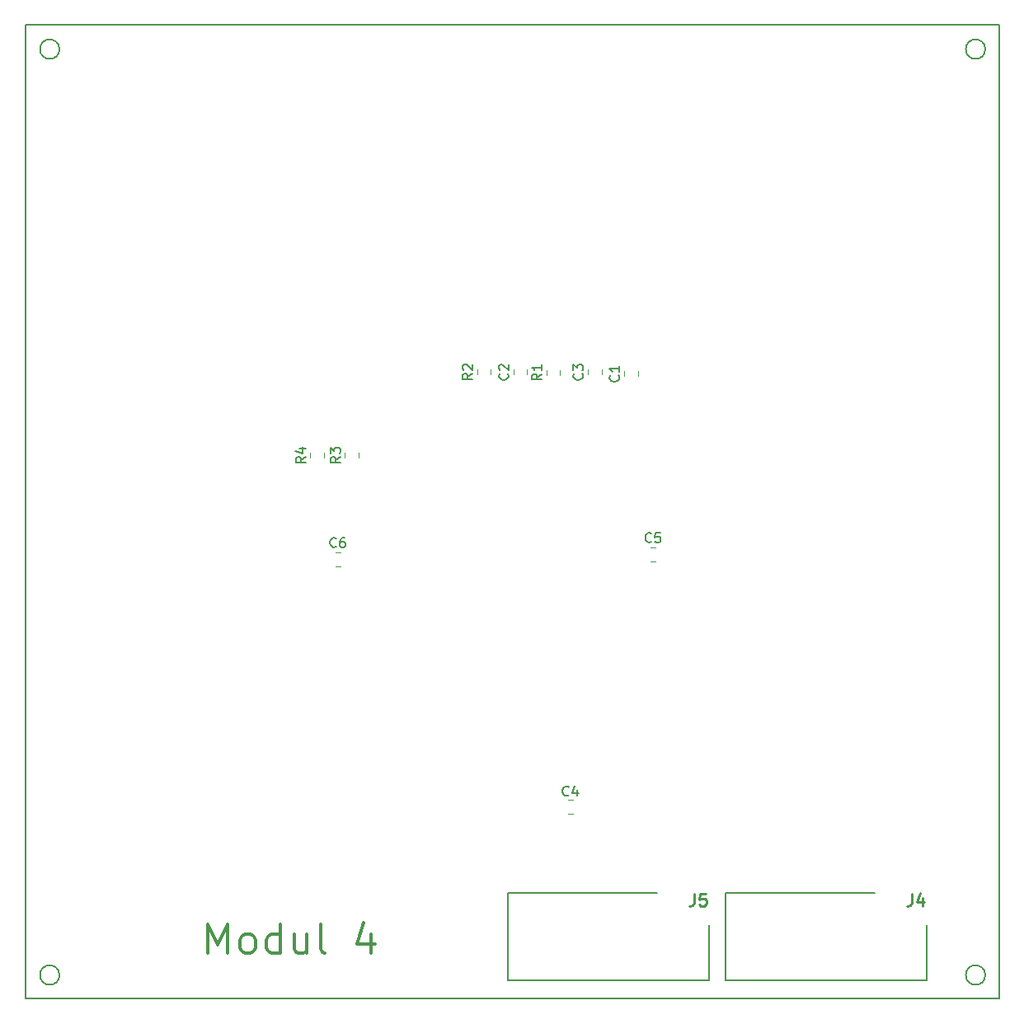
<source format=gbr>
%TF.GenerationSoftware,KiCad,Pcbnew,(5.0.0)*%
%TF.CreationDate,2020-03-23T14:28:17+01:00*%
%TF.ProjectId,Schaltplan_Modul4,536368616C74706C616E5F4D6F64756C,rev?*%
%TF.SameCoordinates,Original*%
%TF.FileFunction,Legend,Top*%
%TF.FilePolarity,Positive*%
%FSLAX46Y46*%
G04 Gerber Fmt 4.6, Leading zero omitted, Abs format (unit mm)*
G04 Created by KiCad (PCBNEW (5.0.0)) date 03/23/20 14:28:17*
%MOMM*%
%LPD*%
G01*
G04 APERTURE LIST*
%ADD10C,0.300000*%
%ADD11C,0.200000*%
%ADD12C,0.120000*%
%ADD13C,0.150000*%
%ADD14C,0.254000*%
G04 APERTURE END LIST*
D10*
X118771428Y-145357142D02*
X118771428Y-142357142D01*
X119771428Y-144500000D01*
X120771428Y-142357142D01*
X120771428Y-145357142D01*
X122628571Y-145357142D02*
X122342857Y-145214285D01*
X122200000Y-145071428D01*
X122057142Y-144785714D01*
X122057142Y-143928571D01*
X122200000Y-143642857D01*
X122342857Y-143500000D01*
X122628571Y-143357142D01*
X123057142Y-143357142D01*
X123342857Y-143500000D01*
X123485714Y-143642857D01*
X123628571Y-143928571D01*
X123628571Y-144785714D01*
X123485714Y-145071428D01*
X123342857Y-145214285D01*
X123057142Y-145357142D01*
X122628571Y-145357142D01*
X126200000Y-145357142D02*
X126200000Y-142357142D01*
X126200000Y-145214285D02*
X125914285Y-145357142D01*
X125342857Y-145357142D01*
X125057142Y-145214285D01*
X124914285Y-145071428D01*
X124771428Y-144785714D01*
X124771428Y-143928571D01*
X124914285Y-143642857D01*
X125057142Y-143500000D01*
X125342857Y-143357142D01*
X125914285Y-143357142D01*
X126200000Y-143500000D01*
X128914285Y-143357142D02*
X128914285Y-145357142D01*
X127628571Y-143357142D02*
X127628571Y-144928571D01*
X127771428Y-145214285D01*
X128057142Y-145357142D01*
X128485714Y-145357142D01*
X128771428Y-145214285D01*
X128914285Y-145071428D01*
X130771428Y-145357142D02*
X130485714Y-145214285D01*
X130342857Y-144928571D01*
X130342857Y-142357142D01*
X135485714Y-143357142D02*
X135485714Y-145357142D01*
X134771428Y-142214285D02*
X134057142Y-144357142D01*
X135914285Y-144357142D01*
D11*
X103500000Y-147576000D02*
G75*
G03X103500000Y-147576000I-1000000J0D01*
G01*
X198576000Y-147576000D02*
G75*
G03X198576000Y-147576000I-1000000J0D01*
G01*
X198576000Y-52500000D02*
G75*
G03X198576000Y-52500000I-1000000J0D01*
G01*
X103500000Y-52500000D02*
G75*
G03X103500000Y-52500000I-1000000J0D01*
G01*
X100000000Y-50000000D02*
X100000000Y-150000000D01*
X100000000Y-150000000D02*
X200000000Y-150000000D01*
X200000000Y-50000000D02*
X200000000Y-150000000D01*
X100000000Y-50000000D02*
X200000000Y-50000000D01*
D12*
%TO.C,R4*%
X129262000Y-94454578D02*
X129262000Y-93937422D01*
X130682000Y-94454578D02*
X130682000Y-93937422D01*
%TO.C,R1*%
X154910000Y-85958578D02*
X154910000Y-85441422D01*
X153490000Y-85958578D02*
X153490000Y-85441422D01*
%TO.C,R2*%
X147798000Y-85896078D02*
X147798000Y-85378922D01*
X146378000Y-85896078D02*
X146378000Y-85378922D01*
%TO.C,C1*%
X162902000Y-86096078D02*
X162902000Y-85578922D01*
X161482000Y-86096078D02*
X161482000Y-85578922D01*
%TO.C,C2*%
X151534000Y-85917578D02*
X151534000Y-85400422D01*
X150114000Y-85917578D02*
X150114000Y-85400422D01*
%TO.C,C3*%
X159178000Y-85917578D02*
X159178000Y-85400422D01*
X157758000Y-85917578D02*
X157758000Y-85400422D01*
%TO.C,C4*%
X155699922Y-130974000D02*
X156217078Y-130974000D01*
X155699922Y-129554000D02*
X156217078Y-129554000D01*
%TO.C,C5*%
X164178922Y-105066000D02*
X164696078Y-105066000D01*
X164178922Y-103646000D02*
X164696078Y-103646000D01*
%TO.C,C6*%
X131823922Y-105574000D02*
X132341078Y-105574000D01*
X131823922Y-104154000D02*
X132341078Y-104154000D01*
D11*
%TO.C,J4*%
X187216000Y-139176000D02*
X171926000Y-139176000D01*
X171926000Y-139176000D02*
X171926000Y-148126000D01*
X171926000Y-148126000D02*
X192546000Y-148126000D01*
X192546000Y-148126000D02*
X192546000Y-142456000D01*
%TO.C,J5*%
X164864000Y-139176000D02*
X149574000Y-139176000D01*
X149574000Y-139176000D02*
X149574000Y-148126000D01*
X149574000Y-148126000D02*
X170194000Y-148126000D01*
X170194000Y-148126000D02*
X170194000Y-142456000D01*
D12*
%TO.C,R3*%
X134238000Y-94454578D02*
X134238000Y-93937422D01*
X132818000Y-94454578D02*
X132818000Y-93937422D01*
%TD*%
%TO.C,R4*%
D13*
X128774380Y-94362666D02*
X128298190Y-94696000D01*
X128774380Y-94934095D02*
X127774380Y-94934095D01*
X127774380Y-94553142D01*
X127822000Y-94457904D01*
X127869619Y-94410285D01*
X127964857Y-94362666D01*
X128107714Y-94362666D01*
X128202952Y-94410285D01*
X128250571Y-94457904D01*
X128298190Y-94553142D01*
X128298190Y-94934095D01*
X128107714Y-93505523D02*
X128774380Y-93505523D01*
X127726761Y-93743619D02*
X128441047Y-93981714D01*
X128441047Y-93362666D01*
%TO.C,R1*%
X153002380Y-85866666D02*
X152526190Y-86200000D01*
X153002380Y-86438095D02*
X152002380Y-86438095D01*
X152002380Y-86057142D01*
X152050000Y-85961904D01*
X152097619Y-85914285D01*
X152192857Y-85866666D01*
X152335714Y-85866666D01*
X152430952Y-85914285D01*
X152478571Y-85961904D01*
X152526190Y-86057142D01*
X152526190Y-86438095D01*
X153002380Y-84914285D02*
X153002380Y-85485714D01*
X153002380Y-85200000D02*
X152002380Y-85200000D01*
X152145238Y-85295238D01*
X152240476Y-85390476D01*
X152288095Y-85485714D01*
%TO.C,R2*%
X145890380Y-85804166D02*
X145414190Y-86137500D01*
X145890380Y-86375595D02*
X144890380Y-86375595D01*
X144890380Y-85994642D01*
X144938000Y-85899404D01*
X144985619Y-85851785D01*
X145080857Y-85804166D01*
X145223714Y-85804166D01*
X145318952Y-85851785D01*
X145366571Y-85899404D01*
X145414190Y-85994642D01*
X145414190Y-86375595D01*
X144985619Y-85423214D02*
X144938000Y-85375595D01*
X144890380Y-85280357D01*
X144890380Y-85042261D01*
X144938000Y-84947023D01*
X144985619Y-84899404D01*
X145080857Y-84851785D01*
X145176095Y-84851785D01*
X145318952Y-84899404D01*
X145890380Y-85470833D01*
X145890380Y-84851785D01*
%TO.C,C1*%
X160899142Y-86004166D02*
X160946761Y-86051785D01*
X160994380Y-86194642D01*
X160994380Y-86289880D01*
X160946761Y-86432738D01*
X160851523Y-86527976D01*
X160756285Y-86575595D01*
X160565809Y-86623214D01*
X160422952Y-86623214D01*
X160232476Y-86575595D01*
X160137238Y-86527976D01*
X160042000Y-86432738D01*
X159994380Y-86289880D01*
X159994380Y-86194642D01*
X160042000Y-86051785D01*
X160089619Y-86004166D01*
X160994380Y-85051785D02*
X160994380Y-85623214D01*
X160994380Y-85337500D02*
X159994380Y-85337500D01*
X160137238Y-85432738D01*
X160232476Y-85527976D01*
X160280095Y-85623214D01*
%TO.C,C2*%
X149531142Y-85825666D02*
X149578761Y-85873285D01*
X149626380Y-86016142D01*
X149626380Y-86111380D01*
X149578761Y-86254238D01*
X149483523Y-86349476D01*
X149388285Y-86397095D01*
X149197809Y-86444714D01*
X149054952Y-86444714D01*
X148864476Y-86397095D01*
X148769238Y-86349476D01*
X148674000Y-86254238D01*
X148626380Y-86111380D01*
X148626380Y-86016142D01*
X148674000Y-85873285D01*
X148721619Y-85825666D01*
X148721619Y-85444714D02*
X148674000Y-85397095D01*
X148626380Y-85301857D01*
X148626380Y-85063761D01*
X148674000Y-84968523D01*
X148721619Y-84920904D01*
X148816857Y-84873285D01*
X148912095Y-84873285D01*
X149054952Y-84920904D01*
X149626380Y-85492333D01*
X149626380Y-84873285D01*
%TO.C,C3*%
X157175142Y-85825666D02*
X157222761Y-85873285D01*
X157270380Y-86016142D01*
X157270380Y-86111380D01*
X157222761Y-86254238D01*
X157127523Y-86349476D01*
X157032285Y-86397095D01*
X156841809Y-86444714D01*
X156698952Y-86444714D01*
X156508476Y-86397095D01*
X156413238Y-86349476D01*
X156318000Y-86254238D01*
X156270380Y-86111380D01*
X156270380Y-86016142D01*
X156318000Y-85873285D01*
X156365619Y-85825666D01*
X156270380Y-85492333D02*
X156270380Y-84873285D01*
X156651333Y-85206619D01*
X156651333Y-85063761D01*
X156698952Y-84968523D01*
X156746571Y-84920904D01*
X156841809Y-84873285D01*
X157079904Y-84873285D01*
X157175142Y-84920904D01*
X157222761Y-84968523D01*
X157270380Y-85063761D01*
X157270380Y-85349476D01*
X157222761Y-85444714D01*
X157175142Y-85492333D01*
%TO.C,C4*%
X155791833Y-129097142D02*
X155744214Y-129144761D01*
X155601357Y-129192380D01*
X155506119Y-129192380D01*
X155363261Y-129144761D01*
X155268023Y-129049523D01*
X155220404Y-128954285D01*
X155172785Y-128763809D01*
X155172785Y-128620952D01*
X155220404Y-128430476D01*
X155268023Y-128335238D01*
X155363261Y-128240000D01*
X155506119Y-128192380D01*
X155601357Y-128192380D01*
X155744214Y-128240000D01*
X155791833Y-128287619D01*
X156648976Y-128525714D02*
X156648976Y-129192380D01*
X156410880Y-128144761D02*
X156172785Y-128859047D01*
X156791833Y-128859047D01*
%TO.C,C5*%
X164270833Y-103063142D02*
X164223214Y-103110761D01*
X164080357Y-103158380D01*
X163985119Y-103158380D01*
X163842261Y-103110761D01*
X163747023Y-103015523D01*
X163699404Y-102920285D01*
X163651785Y-102729809D01*
X163651785Y-102586952D01*
X163699404Y-102396476D01*
X163747023Y-102301238D01*
X163842261Y-102206000D01*
X163985119Y-102158380D01*
X164080357Y-102158380D01*
X164223214Y-102206000D01*
X164270833Y-102253619D01*
X165175595Y-102158380D02*
X164699404Y-102158380D01*
X164651785Y-102634571D01*
X164699404Y-102586952D01*
X164794642Y-102539333D01*
X165032738Y-102539333D01*
X165127976Y-102586952D01*
X165175595Y-102634571D01*
X165223214Y-102729809D01*
X165223214Y-102967904D01*
X165175595Y-103063142D01*
X165127976Y-103110761D01*
X165032738Y-103158380D01*
X164794642Y-103158380D01*
X164699404Y-103110761D01*
X164651785Y-103063142D01*
%TO.C,C6*%
X131915833Y-103571142D02*
X131868214Y-103618761D01*
X131725357Y-103666380D01*
X131630119Y-103666380D01*
X131487261Y-103618761D01*
X131392023Y-103523523D01*
X131344404Y-103428285D01*
X131296785Y-103237809D01*
X131296785Y-103094952D01*
X131344404Y-102904476D01*
X131392023Y-102809238D01*
X131487261Y-102714000D01*
X131630119Y-102666380D01*
X131725357Y-102666380D01*
X131868214Y-102714000D01*
X131915833Y-102761619D01*
X132772976Y-102666380D02*
X132582500Y-102666380D01*
X132487261Y-102714000D01*
X132439642Y-102761619D01*
X132344404Y-102904476D01*
X132296785Y-103094952D01*
X132296785Y-103475904D01*
X132344404Y-103571142D01*
X132392023Y-103618761D01*
X132487261Y-103666380D01*
X132677738Y-103666380D01*
X132772976Y-103618761D01*
X132820595Y-103571142D01*
X132868214Y-103475904D01*
X132868214Y-103237809D01*
X132820595Y-103142571D01*
X132772976Y-103094952D01*
X132677738Y-103047333D01*
X132487261Y-103047333D01*
X132392023Y-103094952D01*
X132344404Y-103142571D01*
X132296785Y-103237809D01*
%TO.C,J4*%
D14*
X191016666Y-139220523D02*
X191016666Y-140127666D01*
X190956190Y-140309095D01*
X190835238Y-140430047D01*
X190653809Y-140490523D01*
X190532857Y-140490523D01*
X192165714Y-139643857D02*
X192165714Y-140490523D01*
X191863333Y-139160047D02*
X191560952Y-140067190D01*
X192347142Y-140067190D01*
%TO.C,J5*%
X168664666Y-139220523D02*
X168664666Y-140127666D01*
X168604190Y-140309095D01*
X168483238Y-140430047D01*
X168301809Y-140490523D01*
X168180857Y-140490523D01*
X169874190Y-139220523D02*
X169269428Y-139220523D01*
X169208952Y-139825285D01*
X169269428Y-139764809D01*
X169390380Y-139704333D01*
X169692761Y-139704333D01*
X169813714Y-139764809D01*
X169874190Y-139825285D01*
X169934666Y-139946238D01*
X169934666Y-140248619D01*
X169874190Y-140369571D01*
X169813714Y-140430047D01*
X169692761Y-140490523D01*
X169390380Y-140490523D01*
X169269428Y-140430047D01*
X169208952Y-140369571D01*
%TO.C,R3*%
D13*
X132330380Y-94362666D02*
X131854190Y-94696000D01*
X132330380Y-94934095D02*
X131330380Y-94934095D01*
X131330380Y-94553142D01*
X131378000Y-94457904D01*
X131425619Y-94410285D01*
X131520857Y-94362666D01*
X131663714Y-94362666D01*
X131758952Y-94410285D01*
X131806571Y-94457904D01*
X131854190Y-94553142D01*
X131854190Y-94934095D01*
X131330380Y-94029333D02*
X131330380Y-93410285D01*
X131711333Y-93743619D01*
X131711333Y-93600761D01*
X131758952Y-93505523D01*
X131806571Y-93457904D01*
X131901809Y-93410285D01*
X132139904Y-93410285D01*
X132235142Y-93457904D01*
X132282761Y-93505523D01*
X132330380Y-93600761D01*
X132330380Y-93886476D01*
X132282761Y-93981714D01*
X132235142Y-94029333D01*
%TD*%
M02*

</source>
